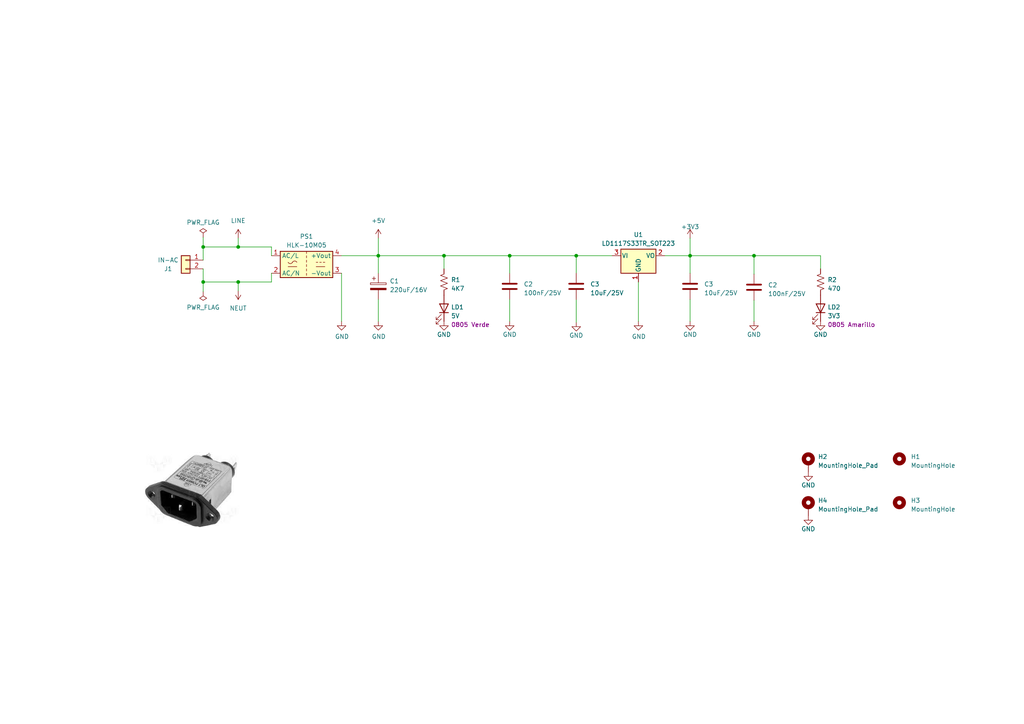
<source format=kicad_sch>
(kicad_sch (version 20230121) (generator eeschema)
  (paper "A4")
  (title_block (title "HOT-PLATE") (rev "1"))
  (lib_symbols
    (symbol "Connector_Generic:Conn_01x02" (pin_names (offset 1.016) hide)
      (property "Reference" "J" (at 0 2.54 0))
      (property "Value" "Conn_01x02" (at 0 -5.08 0))
      (symbol "Conn_01x02_1_1"
        (rectangle (start -1.27 -2.413) (end 0 -2.667) (stroke (width 0.1524)))
        (rectangle (start -1.27 0.127) (end 0 -0.127) (stroke (width 0.1524)))
        (rectangle (start -1.27 1.27) (end 1.27 -3.81) (stroke (width 0.254)) (fill (type background)))
        (pin passive line (at -5.08 0 0) (length 3.81) (name "Pin_1") (number "1"))
        (pin passive line (at -5.08 -2.54 0) (length 3.81) (name "Pin_2") (number "2"))
      )
    )
    (symbol "Converter_ACDC:HLK-PM03"
      (property "Reference" "PS" (at 0 5.08 0))
      (property "Value" "HLK-PM03" (at 0 -5.08 0))
      (symbol "HLK-PM03_0_1"
        (rectangle (start -7.62 3.81) (end 7.62 -3.81) (stroke (width 0.254)) (fill (type background)))
        (arc (start -5.334 0.635) (mid -4.699 0.2495) (end -4.064 0.635))
        (arc (start -2.794 0.635) (mid -3.429 1.0072) (end -4.064 0.635))
        (polyline (pts (xy -5.334 -0.635) (xy -2.794 -0.635)))
        (polyline (pts (xy 0 -2.54) (xy 0 -3.175)))
        (polyline (pts (xy 0 -1.27) (xy 0 -1.905)))
        (polyline (pts (xy 0 0) (xy 0 -0.635)))
        (polyline (pts (xy 0 1.27) (xy 0 0.635)))
        (polyline (pts (xy 0 2.54) (xy 0 1.905)))
        (polyline (pts (xy 0 3.81) (xy 0 3.175)))
        (polyline (pts (xy 2.794 -0.635) (xy 5.334 -0.635)))
        (polyline (pts (xy 2.794 0.635) (xy 3.302 0.635)))
        (polyline (pts (xy 3.81 0.635) (xy 4.318 0.635)))
        (polyline (pts (xy 4.826 0.635) (xy 5.334 0.635)))
      )
      (symbol "HLK-PM03_1_1"
        (pin power_in line (at -10.16 2.54 0) (length 2.54) (name "AC/L") (number "1"))
        (pin power_in line (at -10.16 -2.54 0) (length 2.54) (name "AC/N") (number "2"))
        (pin power_out line (at 10.16 -2.54 180) (length 2.54) (name "-Vout") (number "3"))
        (pin power_out line (at 10.16 2.54 180) (length 2.54) (name "+Vout") (number "4"))
      )
    )
    (symbol "Device:C" (pin_numbers hide) (pin_names (offset 0.254))
      (property "Reference" "C" (at 0.635 2.54 0))
      (property "Value" "C" (at 0.635 -2.54 0))
      (symbol "C_0_1"
        (polyline (pts (xy -2.032 -0.762) (xy 2.032 -0.762)) (stroke (width 0.508)))
        (polyline (pts (xy -2.032 0.762) (xy 2.032 0.762)) (stroke (width 0.508)))
      )
      (symbol "C_1_1"
        (pin passive line (at 0 3.81 270) (length 2.794) (name "~") (number "1"))
        (pin passive line (at 0 -3.81 90) (length 2.794) (name "~") (number "2"))
      )
    )
    (symbol "Device:C_Polarized" (pin_numbers hide) (pin_names (offset 0.254))
      (property "Reference" "C" (at 0.635 2.54 0))
      (property "Value" "C_Polarized" (at 0.635 -2.54 0))
      (symbol "C_Polarized_0_1"
        (rectangle (start -2.286 0.508) (end 2.286 1.016))
        (polyline (pts (xy -1.778 2.286) (xy -0.762 2.286)))
        (polyline (pts (xy -1.27 2.794) (xy -1.27 1.778)))
        (rectangle (start 2.286 -0.508) (end -2.286 -1.016) (fill (type outline)))
      )
      (symbol "C_Polarized_1_1"
        (pin passive line (at 0 3.81 270) (length 2.794) (name "~") (number "1"))
        (pin passive line (at 0 -3.81 90) (length 2.794) (name "~") (number "2"))
      )
    )
    (symbol "Device:LED" (pin_numbers hide) (pin_names (offset 1.016) hide)
      (property "Reference" "D" (at 0 2.54 0))
      (property "Value" "LED" (at 0 -2.54 0))
      (symbol "LED_0_1"
        (polyline (pts (xy -1.27 -1.27) (xy -1.27 1.27)) (stroke (width 0.254)))
        (polyline (pts (xy -1.27 0) (xy 1.27 0)))
        (polyline (pts (xy 1.27 -1.27) (xy 1.27 1.27) (xy -1.27 0) (xy 1.27 -1.27)) (stroke (width 0.254)))
        (polyline (pts (xy -3.048 -0.762) (xy -4.572 -2.286) (xy -3.81 -2.286) (xy -4.572 -2.286) (xy -4.572 -1.524)))
        (polyline (pts (xy -1.778 -0.762) (xy -3.302 -2.286) (xy -2.54 -2.286) (xy -3.302 -2.286) (xy -3.302 -1.524)))
      )
      (symbol "LED_1_1"
        (pin passive line (at -3.81 0 0) (length 2.54) (name "K") (number "1"))
        (pin passive line (at 3.81 0 180) (length 2.54) (name "A") (number "2"))
      )
    )
    (symbol "Device:R_US" (pin_numbers hide) (pin_names (offset 0))
      (property "Reference" "R" (at 2.54 0 90))
      (property "Value" "R_US" (at -2.54 0 90))
      (symbol "R_US_0_1"
        (polyline (pts (xy 0 -2.286) (xy 0 -2.54)))
        (polyline (pts (xy 0 2.286) (xy 0 2.54)))
        (polyline (pts (xy 0 -0.762) (xy 1.016 -1.143) (xy 0 -1.524) (xy -1.016 -1.905) (xy 0 -2.286)))
        (polyline (pts (xy 0 0.762) (xy 1.016 0.381) (xy 0 0) (xy -1.016 -0.381) (xy 0 -0.762)))
        (polyline (pts (xy 0 2.286) (xy 1.016 1.905) (xy 0 1.524) (xy -1.016 1.143) (xy 0 0.762)))
      )
      (symbol "R_US_1_1"
        (pin passive line (at 0 3.81 270) (length 1.27) (name "~") (number "1"))
        (pin passive line (at 0 -3.81 90) (length 1.27) (name "~") (number "2"))
      )
    )
    (symbol "Mechanical:MountingHole" (pin_names (offset 1.016))
      (property "Reference" "H" (at 0 5.08 0))
      (property "Value" "MountingHole" (at 0 3.175 0))
      (symbol "MountingHole_0_1"
        (circle (center 0 0) (radius 1.27) (stroke (width 1.27)))
      )
    )
    (symbol "Mechanical:MountingHole_Pad" (pin_numbers hide) (pin_names (offset 1.016) hide)
      (property "Reference" "H" (at 0 6.35 0))
      (property "Value" "MountingHole_Pad" (at 0 4.445 0))
      (symbol "MountingHole_Pad_0_1"
        (circle (center 0 1.27) (radius 1.27) (stroke (width 1.27)))
      )
      (symbol "MountingHole_Pad_1_1"
        (pin input line (at 0 -2.54 90) (length 2.54) (name "1") (number "1"))
      )
    )
    (symbol "Regulator_Linear:LD1117S33TR_SOT223" (pin_names (offset 0.254))
      (property "Reference" "U" (at -3.81 3.175 0))
      (property "Value" "LD1117S33TR_SOT223" (at 0 3.175 0))
      (symbol "LD1117S33TR_SOT223_0_1"
        (rectangle (start -5.08 -5.08) (end 5.08 1.905) (stroke (width 0.254)) (fill (type background)))
      )
      (symbol "LD1117S33TR_SOT223_1_1"
        (pin power_in line (at 0 -7.62 90) (length 2.54) (name "GND") (number "1"))
        (pin power_out line (at 7.62 0 180) (length 2.54) (name "VO") (number "2"))
        (pin power_in line (at -7.62 0 0) (length 2.54) (name "VI") (number "3"))
      )
    )
    (symbol "power:+3V3" (power) (pin_names (offset 0))
      (property "Value" "+3V3" (at 0 3.556 0))
      (symbol "+3V3_0_1"
        (polyline (pts (xy -0.762 1.27) (xy 0 2.54)))
        (polyline (pts (xy 0 0) (xy 0 2.54)))
        (polyline (pts (xy 0 2.54) (xy 0.762 1.27)))
      )
      (symbol "+3V3_1_1"
        (pin power_in line (at 0 0 90) (length 0) hide (name "+3V3") (number "1"))
      )
    )
    (symbol "power:+5V" (power) (pin_names (offset 0))
      (property "Value" "+5V" (at 0 3.556 0))
      (symbol "+5V_0_1"
        (polyline (pts (xy -0.762 1.27) (xy 0 2.54)))
        (polyline (pts (xy 0 0) (xy 0 2.54)))
        (polyline (pts (xy 0 2.54) (xy 0.762 1.27)))
      )
      (symbol "+5V_1_1"
        (pin power_in line (at 0 0 90) (length 0) hide (name "+5V") (number "1"))
      )
    )
    (symbol "power:GND" (power) (pin_names (offset 0))
      (property "Value" "GND" (at 0 -3.81 0))
      (symbol "GND_0_1"
        (polyline (pts (xy 0 0) (xy 0 -1.27) (xy 1.27 -1.27) (xy 0 -2.54) (xy -1.27 -1.27) (xy 0 -1.27)))
      )
      (symbol "GND_1_1"
        (pin power_in line (at 0 0 270) (length 0) hide (name "GND") (number "1"))
      )
    )
    (symbol "power:LINE" (power) (pin_names (offset 0))
      (property "Value" "LINE" (at 0 3.81 0))
      (symbol "LINE_0_1"
        (polyline (pts (xy -0.762 1.27) (xy 0 2.54)))
        (polyline (pts (xy 0 0) (xy 0 2.54)))
        (polyline (pts (xy 0 2.54) (xy 0.762 1.27)))
      )
      (symbol "LINE_1_1"
        (pin power_in line (at 0 0 90) (length 0) hide (name "LINE") (number "1"))
      )
    )
    (symbol "power:NEUT" (power) (pin_names (offset 0))
      (property "Value" "NEUT" (at 0 3.81 0))
      (symbol "NEUT_0_1"
        (polyline (pts (xy -0.762 1.27) (xy 0 2.54)))
        (polyline (pts (xy 0 0) (xy 0 2.54)))
        (polyline (pts (xy 0 2.54) (xy 0.762 1.27)))
      )
      (symbol "NEUT_1_1"
        (pin power_in line (at 0 0 90) (length 0) hide (name "NEUT") (number "1"))
      )
    )
    (symbol "power:PWR_FLAG" (power) (pin_numbers hide) (pin_names (offset 0) hide)
      (property "Value" "PWR_FLAG" (at 0 3.81 0))
      (symbol "PWR_FLAG_0_0"
        (pin power_out line (at 0 0 90) (length 0) (name "pwr") (number "1"))
      )
      (symbol "PWR_FLAG_0_1"
        (polyline (pts (xy 0 0) (xy 0 1.27) (xy -1.016 1.905) (xy 0 2.54) (xy 1.016 1.905) (xy 0 1.27)))
      )
    )
  )
  (junction (at 58.928 71.628))
  (junction (at 69.088 71.628))
  (junction (at 69.088 81.788))
  (junction (at 218.694 74.168))
  (junction (at 200.152 74.168))
  (junction (at 167.132 74.168))
  (junction (at 58.928 81.788))
  (junction (at 128.778 74.168))
  (junction (at 109.728 74.168))
  (junction (at 147.828 74.168))
  (wire (pts (xy 58.928 71.628) (xy 69.088 71.628)))
  (wire (pts (xy 69.088 69.088) (xy 69.088 71.628)))
  (wire (pts (xy 99.06 74.168) (xy 109.728 74.168)))
  (wire (pts (xy 78.74 79.248) (xy 78.74 81.788)))
  (wire (pts (xy 200.152 74.168) (xy 218.694 74.168)))
  (wire (pts (xy 109.728 74.168) (xy 128.778 74.168)))
  (wire (pts (xy 200.152 86.868) (xy 200.152 93.218)))
  (wire (pts (xy 58.928 75.438) (xy 58.928 71.628)))
  (wire (pts (xy 200.152 79.248) (xy 200.152 74.168)))
  (wire (pts (xy 147.828 86.868) (xy 147.828 93.218)))
  (wire (pts (xy 200.152 69.088) (xy 200.152 74.168)))
  (wire (pts (xy 128.778 74.168) (xy 128.778 77.978)))
  (wire (pts (xy 109.728 86.868) (xy 109.728 93.218)))
  (wire (pts (xy 147.828 74.168) (xy 167.132 74.168)))
  (wire (pts (xy 218.694 87.122) (xy 218.694 93.218)))
  (wire (pts (xy 167.132 74.168) (xy 177.546 74.168)))
  (wire (pts (xy 58.928 77.978) (xy 58.928 81.788)))
  (wire (pts (xy 78.74 74.168) (xy 78.74 71.628)))
  (wire (pts (xy 167.132 86.868) (xy 167.132 93.472)))
  (wire (pts (xy 167.132 74.168) (xy 167.132 79.248)))
  (wire (pts (xy 58.928 81.788) (xy 58.928 84.582)))
  (wire (pts (xy 128.778 74.168) (xy 147.828 74.168)))
  (wire (pts (xy 218.694 74.168) (xy 218.694 79.502)))
  (wire (pts (xy 99.06 79.248) (xy 99.06 93.218)))
  (wire (pts (xy 58.928 68.834) (xy 58.928 71.628)))
  (wire (pts (xy 58.928 81.788) (xy 69.088 81.788)))
  (wire (pts (xy 185.166 81.788) (xy 185.166 93.218)))
  (wire (pts (xy 109.728 79.248) (xy 109.728 74.168)))
  (wire (pts (xy 192.786 74.168) (xy 200.152 74.168)))
  (wire (pts (xy 69.088 71.628) (xy 78.74 71.628)))
  (wire (pts (xy 78.74 81.788) (xy 69.088 81.788)))
  (wire (pts (xy 237.998 74.168) (xy 237.998 77.978)))
  (wire (pts (xy 109.728 69.088) (xy 109.728 74.168)))
  (wire (pts (xy 69.088 81.788) (xy 69.088 84.328)))
  (wire (pts (xy 147.828 79.248) (xy 147.828 74.168)))
  (wire (pts (xy 218.694 74.168) (xy 237.998 74.168)))
  (image (at 55.499 142.113) (scale 1.31942))
  (symbol (lib_id "Mechanical:MountingHole") (at 260.858 145.796 0) (unit 1)
    (property "Reference" "H3" (at 264.16 145.161 0) (effects (justify left)))
    (property "Value" "MountingHole" (at 264.16 147.701 0) (effects (justify left)))
    (property "Footprint" "MountingHole:MountingHole_3.2mm_M3_DIN965_Pad" (effects hide))
  )
  (symbol (lib_id "power:GND") (at 200.152 93.218 0) (unit 1)
    (property "Reference" "#PWR0110" (effects hide))
    (property "Value" "GND" (at 200.152 97.028 0))
    (instances (project "Hot-Plate-DV2819" (path "" (reference "#PWR0110") (unit 1))) (project "Hot_plate" (path "" (reference "#PWR011") (unit 1))))
  )
  (symbol (lib_id "power:GND") (at 237.998 93.218 0) (mirror y) (unit 1)
    (property "Reference" "#PWR0111" (effects hide))
    (property "Value" "GND" (at 237.998 97.028 0))
    (instances (project "Hot-Plate-DV2819" (path "" (reference "#PWR0111") (unit 1))) (project "Hot_plate" (path "" (reference "#PWR013") (unit 1))))
  )
  (symbol (lib_id "Device:LED") (at 128.778 89.408 270) (mirror x) (unit 1)
    (property "Reference" "LD1" (at 130.81 89.0905 90) (effects (justify left)))
    (property "Value" "5V" (at 130.81 91.6305 90) (effects (justify left)))
    (property "Footprint" "LED_SMD:LED_0805_2012Metric_Pad1.15x1.40mm_HandSolder" (effects hide))
    (property "type" "0805 Verde" (at 130.81 94.1705 90) (effects (justify left)))
  )
  (symbol (lib_id "Converter_ACDC:HLK-PM03") (at 88.9 76.708 0) (unit 1)
    (property "Reference" "PS1" (at 88.9 68.58 0))
    (property "Value" "HLK-10M05" (at 88.9 71.12 0))
    (property "Footprint" "Converter_ACDC:Converter_ACDC_HiLink_HLK-10Mxx" (effects hide))
    (property "Datasheet" "http://www.hlktech.net/product_detail.php?ProId=59" (effects hide))
  )
  (symbol (lib_id "Mechanical:MountingHole_Pad") (at 234.442 134.366 0) (unit 1)
    (property "Reference" "H2" (at 237.236 132.461 0) (effects (justify left)))
    (property "Value" "MountingHole_Pad" (at 237.236 135.001 0) (effects (justify left)))
    (property "Footprint" "MountingHole:MountingHole_3.2mm_M3_DIN965_Pad" (effects hide))
  )
  (symbol (lib_id "power:GND") (at 185.166 93.218 0) (unit 1)
    (property "Reference" "#PWR0106" (effects hide))
    (property "Value" "GND" (at 185.293 97.6122 0))
    (instances (project "Hot-Plate-DV2819" (path "" (reference "#PWR0106") (unit 1))) (project "Hot_plate" (path "" (reference "#PWR09") (unit 1))))
  )
  (symbol (lib_id "power:GND") (at 128.778 93.218 0) (unit 1)
    (property "Reference" "#PWR0108" (effects hide))
    (property "Value" "GND" (at 128.778 97.028 0))
    (instances (project "Hot-Plate-DV2819" (path "" (reference "#PWR0108") (unit 1))) (project "Hot_plate" (path "" (reference "#PWR06") (unit 1))))
  )
  (symbol (lib_id "power:LINE") (at 69.088 69.088 0) (unit 1)
    (property "Reference" "#PWR0101" (effects hide))
    (property "Value" "LINE" (at 69.088 64.008 0))
    (instances (project "Hot-Plate-DV2819" (path "" (reference "#PWR0101") (unit 1))) (project "Hot_plate" (path "" (reference "#PWR01") (unit 1))))
  )
  (symbol (lib_id "power:PWR_FLAG") (at 58.928 84.582 180) (unit 1)
    (property "Reference" "#FLG02" (effects hide))
    (property "Value" "PWR_FLAG" (at 58.928 89.154 0))
  )
  (symbol (lib_id "power:GND") (at 234.442 149.606 0) (unit 1)
    (property "Reference" "#PWR0110" (effects hide))
    (property "Value" "GND" (at 234.442 153.416 0))
    (instances (project "Hot-Plate-DV2819" (path "" (reference "#PWR0110") (unit 1))) (project "Hot_plate" (path "" (reference "#PWR091") (unit 1))))
  )
  (symbol (lib_id "power:+3V3") (at 200.152 69.088 0) (unit 1)
    (property "Reference" "#PWR010" (effects hide))
    (property "Value" "+3V3" (at 200.152 65.786 0))
  )
  (symbol (lib_id "Mechanical:MountingHole_Pad") (at 234.442 147.066 0) (unit 1)
    (property "Reference" "H4" (at 237.236 145.161 0) (effects (justify left)))
    (property "Value" "MountingHole_Pad" (at 237.236 147.701 0) (effects (justify left)))
    (property "Footprint" "MountingHole:MountingHole_3.2mm_M3_DIN965_Pad" (effects hide))
  )
  (symbol (lib_id "power:GND") (at 218.694 93.218 0) (unit 1)
    (property "Reference" "#PWR0107" (effects hide))
    (property "Value" "GND" (at 218.694 97.028 0))
    (instances (project "Hot-Plate-DV2819" (path "" (reference "#PWR0107") (unit 1))) (project "Hot_plate" (path "" (reference "#PWR012") (unit 1))))
  )
  (symbol (lib_id "power:GND") (at 167.132 93.472 0) (unit 1)
    (property "Reference" "#PWR0107" (effects hide))
    (property "Value" "GND" (at 167.132 97.282 0))
    (instances (project "Hot-Plate-DV2819" (path "" (reference "#PWR0107") (unit 1))) (project "Hot_plate" (path "" (reference "#PWR08") (unit 1))))
  )
  (symbol (lib_id "power:PWR_FLAG") (at 58.928 68.834 0) (unit 1)
    (property "Reference" "#FLG01" (effects hide))
    (property "Value" "PWR_FLAG" (at 58.928 64.516 0))
  )
  (symbol (lib_id "power:GND") (at 147.828 93.218 0) (unit 1)
    (property "Reference" "#PWR0107" (effects hide))
    (property "Value" "GND" (at 147.828 97.028 0))
    (instances (project "Hot-Plate-DV2819" (path "" (reference "#PWR0107") (unit 1))) (project "Hot_plate" (path "" (reference "#PWR07") (unit 1))))
  )
  (symbol (lib_id "Device:R_US") (at 128.778 81.788 0) (mirror y) (unit 1)
    (property "Reference" "R1" (at 130.81 81.153 0) (effects (justify right)))
    (property "Value" "4K7" (at 130.81 83.693 0) (effects (justify right)))
    (property "Footprint" "Resistor_SMD:R_0603_1608Metric_Pad0.98x0.95mm_HandSolder" (effects hide))
  )
  (symbol (lib_id "Mechanical:MountingHole") (at 260.858 133.096 0) (unit 1)
    (property "Reference" "H1" (at 264.16 132.461 0) (effects (justify left)))
    (property "Value" "MountingHole" (at 264.16 135.001 0) (effects (justify left)))
    (property "Footprint" "MountingHole:MountingHole_3.2mm_M3_DIN965_Pad" (effects hide))
  )
  (symbol (lib_id "Device:R_US") (at 237.998 81.788 0) (mirror y) (unit 1)
    (property "Reference" "R2" (at 240.03 81.153 0) (effects (justify right)))
    (property "Value" "470" (at 240.03 83.693 0) (effects (justify right)))
    (property "Footprint" "Resistor_SMD:R_0603_1608Metric_Pad0.98x0.95mm_HandSolder" (effects hide))
  )
  (symbol (lib_id "Device:C") (at 147.828 83.058 0) (unit 1)
    (property "Reference" "C2" (at 151.892 82.423 0) (effects (justify left)))
    (property "Value" "100nF/25V" (at 151.892 84.963 0) (effects (justify left)))
    (property "Footprint" "Capacitor_SMD:C_0603_1608Metric_Pad1.08x0.95mm_HandSolder" (effects hide))
  )
  (symbol (lib_id "Connector_Generic:Conn_01x02") (at 53.848 75.438 0) (mirror y) (unit 1)
    (property "Reference" "J1" (at 48.768 77.978 0))
    (property "Value" "IN-AC" (at 48.768 75.438 0))
    (property "Footprint" "TerminalBlock:TerminalBlock_bornier-2_P5.08mm" (effects hide))
  )
  (symbol (lib_id "Device:LED") (at 237.998 89.408 270) (mirror x) (unit 1)
    (property "Reference" "LD2" (at 240.03 89.0905 90) (effects (justify left)))
    (property "Value" "3V3" (at 240.03 91.6305 90) (effects (justify left)))
    (property "Footprint" "LED_SMD:LED_0805_2012Metric_Pad1.15x1.40mm_HandSolder" (effects hide))
    (property "type" "0805 Amarillo" (at 240.03 94.1705 90) (effects (justify left)))
  )
  (symbol (lib_id "Device:C") (at 200.152 83.058 0) (unit 1)
    (property "Reference" "C3" (at 204.216 82.423 0) (effects (justify left)))
    (property "Value" "10uF/25V" (at 204.216 84.963 0) (effects (justify left)))
    (property "Footprint" "Capacitor_SMD:C_0603_1608Metric_Pad1.08x0.95mm_HandSolder" (effects hide))
    (instances (project "Hot-Plate-DV2819" (path "" (reference "C3") (unit 1))) (project "Hot_plate" (path "" (reference "C4") (unit 1))))
  )
  (symbol (lib_id "power:GND") (at 234.442 136.906 0) (unit 1)
    (property "Reference" "#PWR0110" (effects hide))
    (property "Value" "GND" (at 234.442 140.716 0))
    (instances (project "Hot-Plate-DV2819" (path "" (reference "#PWR0110") (unit 1))) (project "Hot_plate" (path "" (reference "#PWR090") (unit 1))))
  )
  (symbol (lib_id "power:GND") (at 99.06 93.218 0) (unit 1)
    (property "Reference" "#PWR0105" (effects hide))
    (property "Value" "GND" (at 99.187 97.6122 0))
    (instances (project "Hot-Plate-DV2819" (path "" (reference "#PWR0105") (unit 1))) (project "Hot_plate" (path "" (reference "#PWR03") (unit 1))))
  )
  (symbol (lib_id "Device:C_Polarized") (at 109.728 83.058 0) (unit 1)
    (property "Reference" "C1" (at 113.03 81.534 0) (effects (justify left)))
    (property "Value" "220uF/16V" (at 113.03 84.074 0) (effects (justify left)))
    (property "Footprint" "Capacitor_SMD:CP_Elec_6.3x7.7" (effects hide))
  )
  (symbol (lib_id "power:+5V") (at 109.728 69.088 0) (unit 1)
    (property "Reference" "#PWR0103" (effects hide))
    (property "Value" "+5V" (at 109.728 64.008 0))
    (instances (project "Hot-Plate-DV2819" (path "" (reference "#PWR0103") (unit 1))) (project "Hot_plate" (path "" (reference "#PWR04") (unit 1))))
  )
  (symbol (lib_id "power:GND") (at 109.728 93.218 0) (unit 1)
    (property "Reference" "#PWR0104" (effects hide))
    (property "Value" "GND" (at 109.855 97.6122 0))
    (instances (project "Hot-Plate-DV2819" (path "" (reference "#PWR0104") (unit 1))) (project "Hot_plate" (path "" (reference "#PWR05") (unit 1))))
  )
  (symbol (lib_id "Device:C") (at 167.132 83.058 0) (unit 1)
    (property "Reference" "C3" (at 171.196 82.423 0) (effects (justify left)))
    (property "Value" "10uF/25V" (at 171.196 84.963 0) (effects (justify left)))
    (property "Footprint" "Capacitor_SMD:C_0603_1608Metric_Pad1.08x0.95mm_HandSolder" (effects hide))
  )
  (symbol (lib_id "Device:C") (at 218.694 83.312 0) (unit 1)
    (property "Reference" "C2" (at 222.758 82.677 0) (effects (justify left)))
    (property "Value" "100nF/25V" (at 222.758 85.217 0) (effects (justify left)))
    (property "Footprint" "Capacitor_SMD:C_0603_1608Metric_Pad1.08x0.95mm_HandSolder" (effects hide))
    (instances (project "Hot-Plate-DV2819" (path "" (reference "C2") (unit 1))) (project "Hot_plate" (path "" (reference "C5") (unit 1))))
  )
  (symbol (lib_id "Regulator_Linear:LD1117S33TR_SOT223") (at 185.166 74.168 0) (unit 1)
    (property "Reference" "U1" (at 185.166 68.072 0))
    (property "Value" "LD1117S33TR_SOT223" (at 185.166 70.612 0))
    (property "Footprint" "Package_TO_SOT_SMD:SOT-223-3_TabPin2" (effects hide))
    (property "Datasheet" "http://www.st.com/st-web-ui/static/active/en/resource/technical/document/datasheet/CD00000544.pdf" (effects hide))
  )
  (symbol (lib_id "power:NEUT") (at 69.088 84.328 180) (unit 1)
    (property "Reference" "#PWR0102" (effects hide))
    (property "Value" "NEUT" (at 69.088 89.408 0))
    (instances (project "Hot-Plate-DV2819" (path "" (reference "#PWR0102") (unit 1))) (project "Hot_plate" (path "" (reference "#PWR02") (unit 1))))
  )
)
</source>
